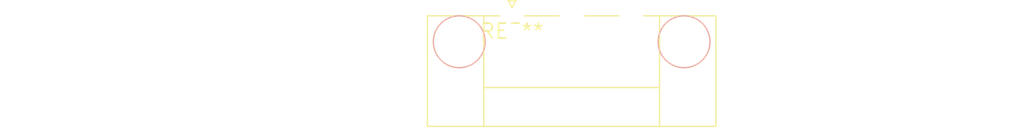
<source format=kicad_pcb>
(kicad_pcb (version 20240108) (generator pcbnew)
  (layers (0 "F.Cu" signal) (31 "B.Cu" signal) (34 "B.Paste" user) (35 "F.Paste" user) (36 "B.SilkS" user "B.Silkscreen") (37 "F.SilkS" user "F.Silkscreen") (38 "B.Mask" user) (39 "F.Mask" user) (44 "Edge.Cuts" user))
  (net 0 "")
  (footprint "PhoenixContact_MC_1,5_3-GF-5.08_1x03_P5.08mm_Horizontal_ThreadedFlange_MountHole" (layer "F.Cu") (at 0 0)
    (property "Reference" "REF**")
    (property "Value" "PhoenixContact_MC_1,5_3-GF-5.08_1x03_P5.08mm_Horizontal_ThreadedFlange_MountHole")
    (fp_circle (center -4.5 0.9) (end -2.29 0.9) (layer "B.SilkS") (stroke (width 0.12)) (fill none))
    (fp_circle (center 14.66 0.9) (end 16.87 0.9) (layer "B.SilkS") (stroke (width 0.12)) (fill none))
    (fp_line (start -7.21 -1.31) (end -7.21 8.11) (layer "F.SilkS") (stroke (width 0.12)))
    (fp_line (start -7.21 -1.31) (end -1.05 -1.31) (layer "F.SilkS") (stroke (width 0.12)))
    (fp_line (start -7.21 8.11) (end 17.37 8.11) (layer "F.SilkS") (stroke (width 0.12)))
    (fp_line (start -2.41 -1.31) (end -2.41 8.11) (layer "F.SilkS") (stroke (width 0.12)))
    (fp_line (start -2.41 4.8) (end 12.57 4.8) (layer "F.SilkS") (stroke (width 0.12)))
    (fp_line (start -0.3 -2.6) (end 0.3 -2.6) (layer "F.SilkS") (stroke (width 0.12)))
    (fp_line (start 0 -2) (end -0.3 -2.6) (layer "F.SilkS") (stroke (width 0.12)))
    (fp_line (start 0.3 -2.6) (end 0 -2) (layer "F.SilkS") (stroke (width 0.12)))
    (fp_line (start 1.05 -1.31) (end 4.03 -1.31) (layer "F.SilkS") (stroke (width 0.12)))
    (fp_line (start 6.13 -1.31) (end 9.11 -1.31) (layer "F.SilkS") (stroke (width 0.12)))
    (fp_line (start 12.57 -1.31) (end 12.57 8.11) (layer "F.SilkS") (stroke (width 0.12)))
    (fp_line (start 17.37 -1.31) (end 11.21 -1.31) (layer "F.SilkS") (stroke (width 0.12)))
    (fp_line (start 17.37 8.11) (end 17.37 -1.31) (layer "F.SilkS") (stroke (width 0.12)))
    (pad "" np_thru_hole circle (at -4.5 0.9) (size 2.4 2.4) (drill 2.4) (layers *.Cu *.Mask))
    (pad "" np_thru_hole circle (at 14.66 0.9) (size 2.4 2.4) (drill 2.4) (layers *.Cu *.Mask))
    (pad "1" thru_hole roundrect (at 0 0) (size 1.8 3.6) (drill 1.2) (layers *.Cu *.Mask) (remove_unused_layers) (roundrect_rratio 0.138889))
    (pad "2" thru_hole oval (at 5.08 0) (size 1.8 3.6) (drill 1.2) (layers *.Cu *.Mask) (remove_unused_layers))
    (pad "3" thru_hole oval (at 10.16 0) (size 1.8 3.6) (drill 1.2) (layers *.Cu *.Mask) (remove_unused_layers))
  )
)
</source>
